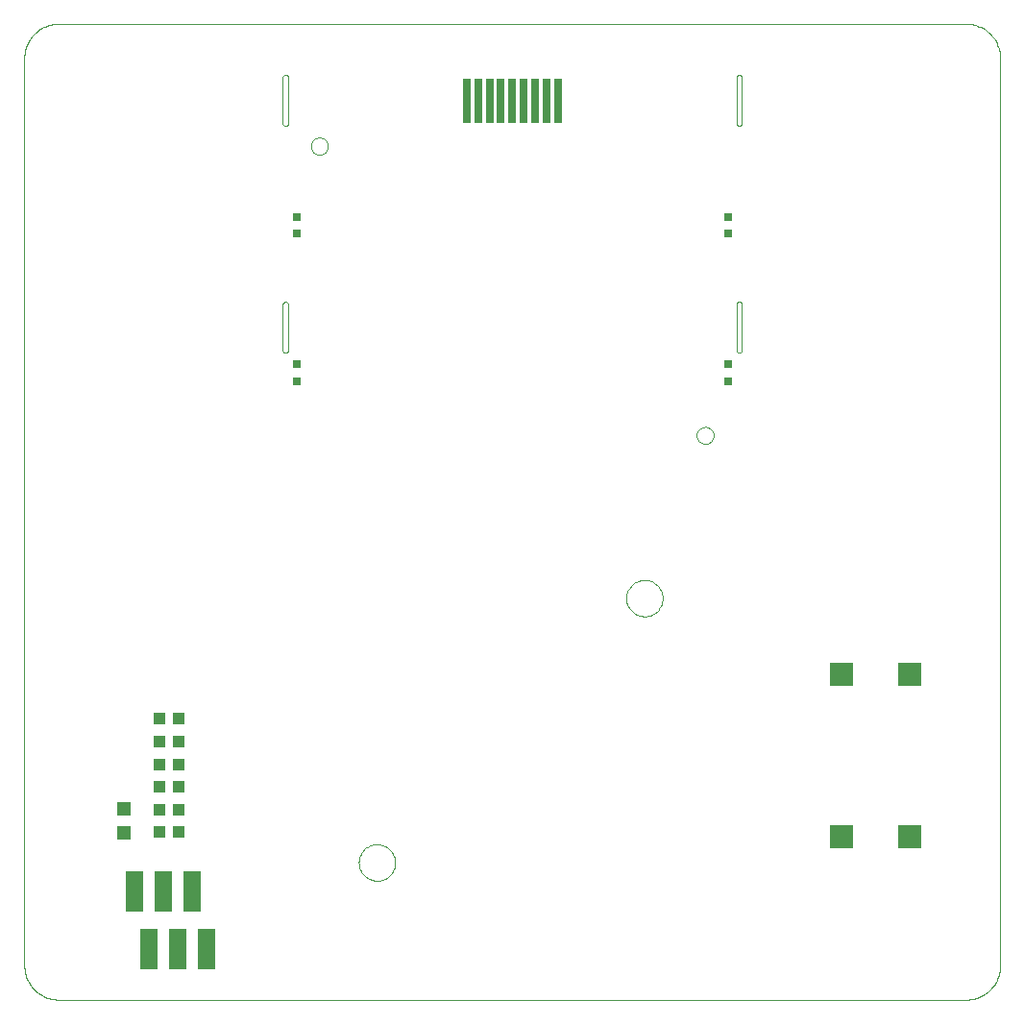
<source format=gtp>
G75*
%MOIN*%
%OFA0B0*%
%FSLAX24Y24*%
%IPPOS*%
%LPD*%
%AMOC8*
5,1,8,0,0,1.08239X$1,22.5*
%
%ADD10C,0.0000*%
%ADD11R,0.0295X0.1575*%
%ADD12R,0.0315X0.0315*%
%ADD13R,0.0394X0.0433*%
%ADD14R,0.0472X0.0472*%
%ADD15R,0.0591X0.1409*%
%ADD16R,0.0787X0.0787*%
D10*
X000554Y001735D02*
X000554Y033231D01*
X000556Y033297D01*
X000561Y033363D01*
X000571Y033429D01*
X000584Y033494D01*
X000600Y033558D01*
X000620Y033621D01*
X000644Y033683D01*
X000671Y033743D01*
X000701Y033802D01*
X000735Y033859D01*
X000772Y033914D01*
X000812Y033967D01*
X000854Y034018D01*
X000900Y034066D01*
X000948Y034112D01*
X000999Y034154D01*
X001052Y034194D01*
X001107Y034231D01*
X001164Y034265D01*
X001223Y034295D01*
X001283Y034322D01*
X001345Y034346D01*
X001408Y034366D01*
X001472Y034382D01*
X001537Y034395D01*
X001603Y034405D01*
X001669Y034410D01*
X001735Y034412D01*
X033231Y034412D01*
X033297Y034410D01*
X033363Y034405D01*
X033429Y034395D01*
X033494Y034382D01*
X033558Y034366D01*
X033621Y034346D01*
X033683Y034322D01*
X033743Y034295D01*
X033802Y034265D01*
X033859Y034231D01*
X033914Y034194D01*
X033967Y034154D01*
X034018Y034112D01*
X034066Y034066D01*
X034112Y034018D01*
X034154Y033967D01*
X034194Y033914D01*
X034231Y033859D01*
X034265Y033802D01*
X034295Y033743D01*
X034322Y033683D01*
X034346Y033621D01*
X034366Y033558D01*
X034382Y033494D01*
X034395Y033429D01*
X034405Y033363D01*
X034410Y033297D01*
X034412Y033231D01*
X034412Y001735D01*
X034410Y001669D01*
X034405Y001603D01*
X034395Y001537D01*
X034382Y001472D01*
X034366Y001408D01*
X034346Y001345D01*
X034322Y001283D01*
X034295Y001223D01*
X034265Y001164D01*
X034231Y001107D01*
X034194Y001052D01*
X034154Y000999D01*
X034112Y000948D01*
X034066Y000900D01*
X034018Y000854D01*
X033967Y000812D01*
X033914Y000772D01*
X033859Y000735D01*
X033802Y000701D01*
X033743Y000671D01*
X033683Y000644D01*
X033621Y000620D01*
X033558Y000600D01*
X033494Y000584D01*
X033429Y000571D01*
X033363Y000561D01*
X033297Y000556D01*
X033231Y000554D01*
X001735Y000554D01*
X001669Y000556D01*
X001603Y000561D01*
X001537Y000571D01*
X001472Y000584D01*
X001408Y000600D01*
X001345Y000620D01*
X001283Y000644D01*
X001223Y000671D01*
X001164Y000701D01*
X001107Y000735D01*
X001052Y000772D01*
X000999Y000812D01*
X000948Y000854D01*
X000900Y000900D01*
X000854Y000948D01*
X000812Y000999D01*
X000772Y001052D01*
X000735Y001107D01*
X000701Y001164D01*
X000671Y001223D01*
X000644Y001283D01*
X000620Y001345D01*
X000600Y001408D01*
X000584Y001472D01*
X000571Y001537D01*
X000561Y001603D01*
X000556Y001669D01*
X000554Y001735D01*
X012156Y005310D02*
X012158Y005360D01*
X012164Y005410D01*
X012174Y005459D01*
X012188Y005507D01*
X012205Y005554D01*
X012226Y005599D01*
X012251Y005643D01*
X012279Y005684D01*
X012311Y005723D01*
X012345Y005760D01*
X012382Y005794D01*
X012422Y005824D01*
X012464Y005851D01*
X012508Y005875D01*
X012554Y005896D01*
X012601Y005912D01*
X012649Y005925D01*
X012699Y005934D01*
X012748Y005939D01*
X012799Y005940D01*
X012849Y005937D01*
X012898Y005930D01*
X012947Y005919D01*
X012995Y005904D01*
X013041Y005886D01*
X013086Y005864D01*
X013129Y005838D01*
X013170Y005809D01*
X013209Y005777D01*
X013245Y005742D01*
X013277Y005704D01*
X013307Y005664D01*
X013334Y005621D01*
X013357Y005577D01*
X013376Y005531D01*
X013392Y005483D01*
X013404Y005434D01*
X013412Y005385D01*
X013416Y005335D01*
X013416Y005285D01*
X013412Y005235D01*
X013404Y005186D01*
X013392Y005137D01*
X013376Y005089D01*
X013357Y005043D01*
X013334Y004999D01*
X013307Y004956D01*
X013277Y004916D01*
X013245Y004878D01*
X013209Y004843D01*
X013170Y004811D01*
X013129Y004782D01*
X013086Y004756D01*
X013041Y004734D01*
X012995Y004716D01*
X012947Y004701D01*
X012898Y004690D01*
X012849Y004683D01*
X012799Y004680D01*
X012748Y004681D01*
X012699Y004686D01*
X012649Y004695D01*
X012601Y004708D01*
X012554Y004724D01*
X012508Y004745D01*
X012464Y004769D01*
X012422Y004796D01*
X012382Y004826D01*
X012345Y004860D01*
X012311Y004897D01*
X012279Y004936D01*
X012251Y004977D01*
X012226Y005021D01*
X012205Y005066D01*
X012188Y005113D01*
X012174Y005161D01*
X012164Y005210D01*
X012158Y005260D01*
X012156Y005310D01*
X021439Y014483D02*
X021441Y014533D01*
X021447Y014583D01*
X021457Y014632D01*
X021471Y014680D01*
X021488Y014727D01*
X021509Y014772D01*
X021534Y014816D01*
X021562Y014857D01*
X021594Y014896D01*
X021628Y014933D01*
X021665Y014967D01*
X021705Y014997D01*
X021747Y015024D01*
X021791Y015048D01*
X021837Y015069D01*
X021884Y015085D01*
X021932Y015098D01*
X021982Y015107D01*
X022031Y015112D01*
X022082Y015113D01*
X022132Y015110D01*
X022181Y015103D01*
X022230Y015092D01*
X022278Y015077D01*
X022324Y015059D01*
X022369Y015037D01*
X022412Y015011D01*
X022453Y014982D01*
X022492Y014950D01*
X022528Y014915D01*
X022560Y014877D01*
X022590Y014837D01*
X022617Y014794D01*
X022640Y014750D01*
X022659Y014704D01*
X022675Y014656D01*
X022687Y014607D01*
X022695Y014558D01*
X022699Y014508D01*
X022699Y014458D01*
X022695Y014408D01*
X022687Y014359D01*
X022675Y014310D01*
X022659Y014262D01*
X022640Y014216D01*
X022617Y014172D01*
X022590Y014129D01*
X022560Y014089D01*
X022528Y014051D01*
X022492Y014016D01*
X022453Y013984D01*
X022412Y013955D01*
X022369Y013929D01*
X022324Y013907D01*
X022278Y013889D01*
X022230Y013874D01*
X022181Y013863D01*
X022132Y013856D01*
X022082Y013853D01*
X022031Y013854D01*
X021982Y013859D01*
X021932Y013868D01*
X021884Y013881D01*
X021837Y013897D01*
X021791Y013918D01*
X021747Y013942D01*
X021705Y013969D01*
X021665Y013999D01*
X021628Y014033D01*
X021594Y014070D01*
X021562Y014109D01*
X021534Y014150D01*
X021509Y014194D01*
X021488Y014239D01*
X021471Y014286D01*
X021457Y014334D01*
X021447Y014383D01*
X021441Y014433D01*
X021439Y014483D01*
X023881Y020132D02*
X023883Y020166D01*
X023889Y020200D01*
X023899Y020233D01*
X023912Y020264D01*
X023930Y020294D01*
X023950Y020322D01*
X023974Y020347D01*
X024000Y020369D01*
X024028Y020387D01*
X024059Y020403D01*
X024091Y020415D01*
X024125Y020423D01*
X024159Y020427D01*
X024193Y020427D01*
X024227Y020423D01*
X024261Y020415D01*
X024293Y020403D01*
X024323Y020387D01*
X024352Y020369D01*
X024378Y020347D01*
X024402Y020322D01*
X024422Y020294D01*
X024440Y020264D01*
X024453Y020233D01*
X024463Y020200D01*
X024469Y020166D01*
X024471Y020132D01*
X024469Y020098D01*
X024463Y020064D01*
X024453Y020031D01*
X024440Y020000D01*
X024422Y019970D01*
X024402Y019942D01*
X024378Y019917D01*
X024352Y019895D01*
X024324Y019877D01*
X024293Y019861D01*
X024261Y019849D01*
X024227Y019841D01*
X024193Y019837D01*
X024159Y019837D01*
X024125Y019841D01*
X024091Y019849D01*
X024059Y019861D01*
X024028Y019877D01*
X024000Y019895D01*
X023974Y019917D01*
X023950Y019942D01*
X023930Y019970D01*
X023912Y020000D01*
X023899Y020031D01*
X023889Y020064D01*
X023883Y020098D01*
X023881Y020132D01*
X025258Y023093D02*
X025258Y024668D01*
X025259Y024668D02*
X025260Y024685D01*
X025265Y024702D01*
X025272Y024717D01*
X025282Y024731D01*
X025294Y024743D01*
X025308Y024753D01*
X025323Y024760D01*
X025340Y024765D01*
X025357Y024766D01*
X025374Y024765D01*
X025391Y024760D01*
X025406Y024753D01*
X025420Y024743D01*
X025432Y024731D01*
X025442Y024717D01*
X025449Y024702D01*
X025454Y024685D01*
X025455Y024668D01*
X025455Y023093D01*
X025454Y023076D01*
X025449Y023059D01*
X025442Y023044D01*
X025432Y023030D01*
X025420Y023018D01*
X025406Y023008D01*
X025391Y023001D01*
X025374Y022996D01*
X025357Y022995D01*
X025340Y022996D01*
X025323Y023001D01*
X025308Y023008D01*
X025294Y023018D01*
X025282Y023030D01*
X025272Y023044D01*
X025265Y023059D01*
X025260Y023076D01*
X025259Y023093D01*
X025258Y030967D02*
X025258Y032542D01*
X025259Y032542D02*
X025260Y032559D01*
X025265Y032576D01*
X025272Y032591D01*
X025282Y032605D01*
X025294Y032617D01*
X025308Y032627D01*
X025323Y032634D01*
X025340Y032639D01*
X025357Y032640D01*
X025374Y032639D01*
X025391Y032634D01*
X025406Y032627D01*
X025420Y032617D01*
X025432Y032605D01*
X025442Y032591D01*
X025449Y032576D01*
X025454Y032559D01*
X025455Y032542D01*
X025455Y030967D01*
X025454Y030950D01*
X025449Y030933D01*
X025442Y030918D01*
X025432Y030904D01*
X025420Y030892D01*
X025406Y030882D01*
X025391Y030875D01*
X025374Y030870D01*
X025357Y030869D01*
X025340Y030870D01*
X025323Y030875D01*
X025308Y030882D01*
X025294Y030892D01*
X025282Y030904D01*
X025272Y030918D01*
X025265Y030933D01*
X025260Y030950D01*
X025259Y030967D01*
X010495Y030172D02*
X010497Y030206D01*
X010503Y030240D01*
X010513Y030273D01*
X010526Y030304D01*
X010544Y030334D01*
X010564Y030362D01*
X010588Y030387D01*
X010614Y030409D01*
X010642Y030427D01*
X010673Y030443D01*
X010705Y030455D01*
X010739Y030463D01*
X010773Y030467D01*
X010807Y030467D01*
X010841Y030463D01*
X010875Y030455D01*
X010907Y030443D01*
X010937Y030427D01*
X010966Y030409D01*
X010992Y030387D01*
X011016Y030362D01*
X011036Y030334D01*
X011054Y030304D01*
X011067Y030273D01*
X011077Y030240D01*
X011083Y030206D01*
X011085Y030172D01*
X011083Y030138D01*
X011077Y030104D01*
X011067Y030071D01*
X011054Y030040D01*
X011036Y030010D01*
X011016Y029982D01*
X010992Y029957D01*
X010966Y029935D01*
X010938Y029917D01*
X010907Y029901D01*
X010875Y029889D01*
X010841Y029881D01*
X010807Y029877D01*
X010773Y029877D01*
X010739Y029881D01*
X010705Y029889D01*
X010673Y029901D01*
X010642Y029917D01*
X010614Y029935D01*
X010588Y029957D01*
X010564Y029982D01*
X010544Y030010D01*
X010526Y030040D01*
X010513Y030071D01*
X010503Y030104D01*
X010497Y030138D01*
X010495Y030172D01*
X009707Y030967D02*
X009707Y032542D01*
X009609Y032640D02*
X009592Y032639D01*
X009575Y032634D01*
X009560Y032627D01*
X009546Y032617D01*
X009534Y032605D01*
X009524Y032591D01*
X009517Y032576D01*
X009512Y032559D01*
X009511Y032542D01*
X009510Y032542D02*
X009510Y030967D01*
X009609Y030869D02*
X009626Y030870D01*
X009643Y030875D01*
X009658Y030882D01*
X009672Y030892D01*
X009684Y030904D01*
X009694Y030918D01*
X009701Y030933D01*
X009706Y030950D01*
X009707Y030967D01*
X009609Y030869D02*
X009592Y030870D01*
X009575Y030875D01*
X009560Y030882D01*
X009546Y030892D01*
X009534Y030904D01*
X009524Y030918D01*
X009517Y030933D01*
X009512Y030950D01*
X009511Y030967D01*
X009707Y032542D02*
X009706Y032559D01*
X009701Y032576D01*
X009694Y032591D01*
X009684Y032605D01*
X009672Y032617D01*
X009658Y032627D01*
X009643Y032634D01*
X009626Y032639D01*
X009609Y032640D01*
X009609Y024766D02*
X009592Y024765D01*
X009575Y024760D01*
X009560Y024753D01*
X009546Y024743D01*
X009534Y024731D01*
X009524Y024717D01*
X009517Y024702D01*
X009512Y024685D01*
X009511Y024668D01*
X009510Y024668D02*
X009510Y023093D01*
X009609Y022995D02*
X009626Y022996D01*
X009643Y023001D01*
X009658Y023008D01*
X009672Y023018D01*
X009684Y023030D01*
X009694Y023044D01*
X009701Y023059D01*
X009706Y023076D01*
X009707Y023093D01*
X009707Y024668D01*
X009706Y024685D01*
X009701Y024702D01*
X009694Y024717D01*
X009684Y024731D01*
X009672Y024743D01*
X009658Y024753D01*
X009643Y024760D01*
X009626Y024765D01*
X009609Y024766D01*
X009511Y023093D02*
X009512Y023076D01*
X009517Y023059D01*
X009524Y023044D01*
X009534Y023030D01*
X009546Y023018D01*
X009560Y023008D01*
X009575Y023001D01*
X009592Y022996D01*
X009609Y022995D01*
D11*
X015908Y031747D03*
X016302Y031747D03*
X016695Y031747D03*
X017089Y031747D03*
X017483Y031747D03*
X017877Y031747D03*
X018270Y031747D03*
X018664Y031747D03*
X019058Y031747D03*
D12*
X024963Y027719D03*
X024963Y027129D03*
X024963Y022601D03*
X024963Y022010D03*
X010003Y022010D03*
X010003Y022601D03*
X010003Y027129D03*
X010003Y027719D03*
D13*
X005908Y010298D03*
X005239Y010298D03*
X005239Y009510D03*
X005908Y009510D03*
X005908Y008723D03*
X005239Y008723D03*
X005239Y007936D03*
X005908Y007936D03*
X005908Y007148D03*
X005239Y007148D03*
X005239Y006361D03*
X005908Y006361D03*
D14*
X003999Y006341D03*
X003999Y007168D03*
D15*
X004363Y004310D03*
X005363Y004310D03*
X006363Y004310D03*
X006863Y002310D03*
X005863Y002310D03*
X004863Y002310D03*
D16*
X028900Y006197D03*
X031262Y006197D03*
X031262Y011840D03*
X028900Y011840D03*
M02*

</source>
